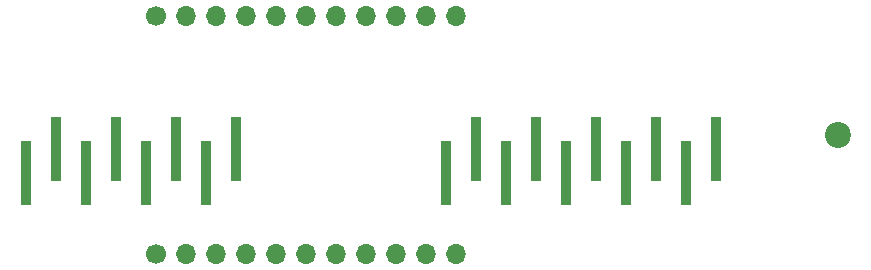
<source format=gbr>
%TF.GenerationSoftware,KiCad,Pcbnew,(6.0.8)*%
%TF.CreationDate,2023-01-02T13:08:22-05:00*%
%TF.ProjectId,WiFi-Devboard-Pro,57694669-2d44-4657-9662-6f6172642d50,rev?*%
%TF.SameCoordinates,Original*%
%TF.FileFunction,Soldermask,Bot*%
%TF.FilePolarity,Negative*%
%FSLAX46Y46*%
G04 Gerber Fmt 4.6, Leading zero omitted, Abs format (unit mm)*
G04 Created by KiCad (PCBNEW (6.0.8)) date 2023-01-02 13:08:22*
%MOMM*%
%LPD*%
G01*
G04 APERTURE LIST*
%ADD10C,1.700000*%
%ADD11O,1.700000X1.700000*%
%ADD12C,2.200000*%
%ADD13R,0.960000X5.440000*%
G04 APERTURE END LIST*
D10*
%TO.C,J4*%
X129370000Y-109940000D03*
D11*
X131910000Y-109940000D03*
X134450000Y-109940000D03*
X136990000Y-109940000D03*
X139530000Y-109940000D03*
X142070000Y-109940000D03*
X144610000Y-109940000D03*
X147150000Y-109940000D03*
X149690000Y-109940000D03*
X152230000Y-109940000D03*
X154770000Y-109940000D03*
%TD*%
D12*
%TO.C,*%
X187100000Y-99900000D03*
%TD*%
D10*
%TO.C,J5*%
X129370000Y-89840000D03*
D11*
X131910000Y-89840000D03*
X134450000Y-89840000D03*
X136990000Y-89840000D03*
X139530000Y-89840000D03*
X142070000Y-89840000D03*
X144610000Y-89840000D03*
X147150000Y-89840000D03*
X149690000Y-89840000D03*
X152230000Y-89840000D03*
X154770000Y-89840000D03*
%TD*%
D13*
%TO.C,J3*%
X153970000Y-103140000D03*
X156510000Y-101060000D03*
X159050000Y-103140000D03*
X161590000Y-101060000D03*
X164130000Y-103140000D03*
X166670000Y-101060000D03*
X169210000Y-103140000D03*
X171750000Y-101060000D03*
X174290000Y-103140000D03*
X176830000Y-101060000D03*
%TD*%
%TO.C,J2*%
X118410000Y-103140000D03*
X120950000Y-101060000D03*
X123490000Y-103140000D03*
X126030000Y-101060000D03*
X128570000Y-103140000D03*
X131110000Y-101060000D03*
X133650000Y-103140000D03*
X136190000Y-101060000D03*
%TD*%
M02*

</source>
